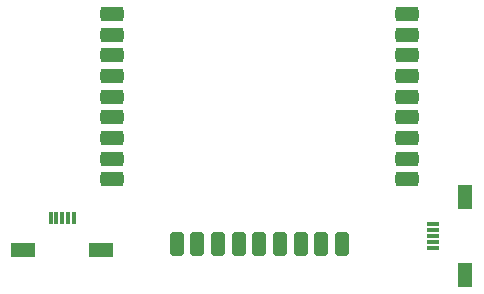
<source format=gbr>
%TF.GenerationSoftware,KiCad,Pcbnew,(6.0.5)*%
%TF.CreationDate,2022-06-15T00:03:33-05:00*%
%TF.ProjectId,GBOYFrontController,47424f59-4672-46f6-9e74-436f6e74726f,rev?*%
%TF.SameCoordinates,Original*%
%TF.FileFunction,Paste,Top*%
%TF.FilePolarity,Positive*%
%FSLAX46Y46*%
G04 Gerber Fmt 4.6, Leading zero omitted, Abs format (unit mm)*
G04 Created by KiCad (PCBNEW (6.0.5)) date 2022-06-15 00:03:33*
%MOMM*%
%LPD*%
G01*
G04 APERTURE LIST*
G04 Aperture macros list*
%AMRoundRect*
0 Rectangle with rounded corners*
0 $1 Rounding radius*
0 $2 $3 $4 $5 $6 $7 $8 $9 X,Y pos of 4 corners*
0 Add a 4 corners polygon primitive as box body*
4,1,4,$2,$3,$4,$5,$6,$7,$8,$9,$2,$3,0*
0 Add four circle primitives for the rounded corners*
1,1,$1+$1,$2,$3*
1,1,$1+$1,$4,$5*
1,1,$1+$1,$6,$7*
1,1,$1+$1,$8,$9*
0 Add four rect primitives between the rounded corners*
20,1,$1+$1,$2,$3,$4,$5,0*
20,1,$1+$1,$4,$5,$6,$7,0*
20,1,$1+$1,$6,$7,$8,$9,0*
20,1,$1+$1,$8,$9,$2,$3,0*%
G04 Aperture macros list end*
%ADD10R,1.000000X0.300000*%
%ADD11R,1.300000X2.000000*%
%ADD12R,0.300000X1.000000*%
%ADD13R,2.000000X1.300000*%
%ADD14RoundRect,0.312500X0.687500X0.312500X-0.687500X0.312500X-0.687500X-0.312500X0.687500X-0.312500X0*%
%ADD15RoundRect,0.312500X-0.312500X0.687500X-0.312500X-0.687500X0.312500X-0.687500X0.312500X0.687500X0*%
G04 APERTURE END LIST*
D10*
%TO.C,J1*%
X55090000Y-124410000D03*
X55090000Y-123910000D03*
X55090000Y-123410000D03*
X55090000Y-122910000D03*
X55090000Y-122410000D03*
D11*
X57790000Y-126710000D03*
X57790000Y-120110000D03*
%TD*%
D12*
%TO.C,J2*%
X22690000Y-121860000D03*
X23190000Y-121860000D03*
X23690000Y-121860000D03*
X24190000Y-121860000D03*
X24690000Y-121860000D03*
D13*
X20390000Y-124560000D03*
X26990000Y-124560000D03*
%TD*%
D14*
%TO.C,U1*%
X52890000Y-118600000D03*
X52890000Y-116850000D03*
X52890000Y-115100000D03*
X52890000Y-113350000D03*
X52890000Y-111600000D03*
X52890000Y-109850000D03*
X52890000Y-108100000D03*
X52890000Y-106350000D03*
X52890000Y-104600000D03*
D15*
X40380000Y-124110000D03*
X38630000Y-124110000D03*
D14*
X27890000Y-104600000D03*
X27890000Y-106350000D03*
X27890000Y-108100000D03*
X27890000Y-109850000D03*
X27890000Y-111600000D03*
X27890000Y-113350000D03*
X27890000Y-115100000D03*
X27890000Y-116850000D03*
X27890000Y-118600000D03*
D15*
X33380000Y-124110000D03*
X35130000Y-124110000D03*
X36880000Y-124110000D03*
X42130000Y-124110000D03*
X43880000Y-124110000D03*
X45630000Y-124110000D03*
X47380000Y-124110000D03*
%TD*%
M02*

</source>
